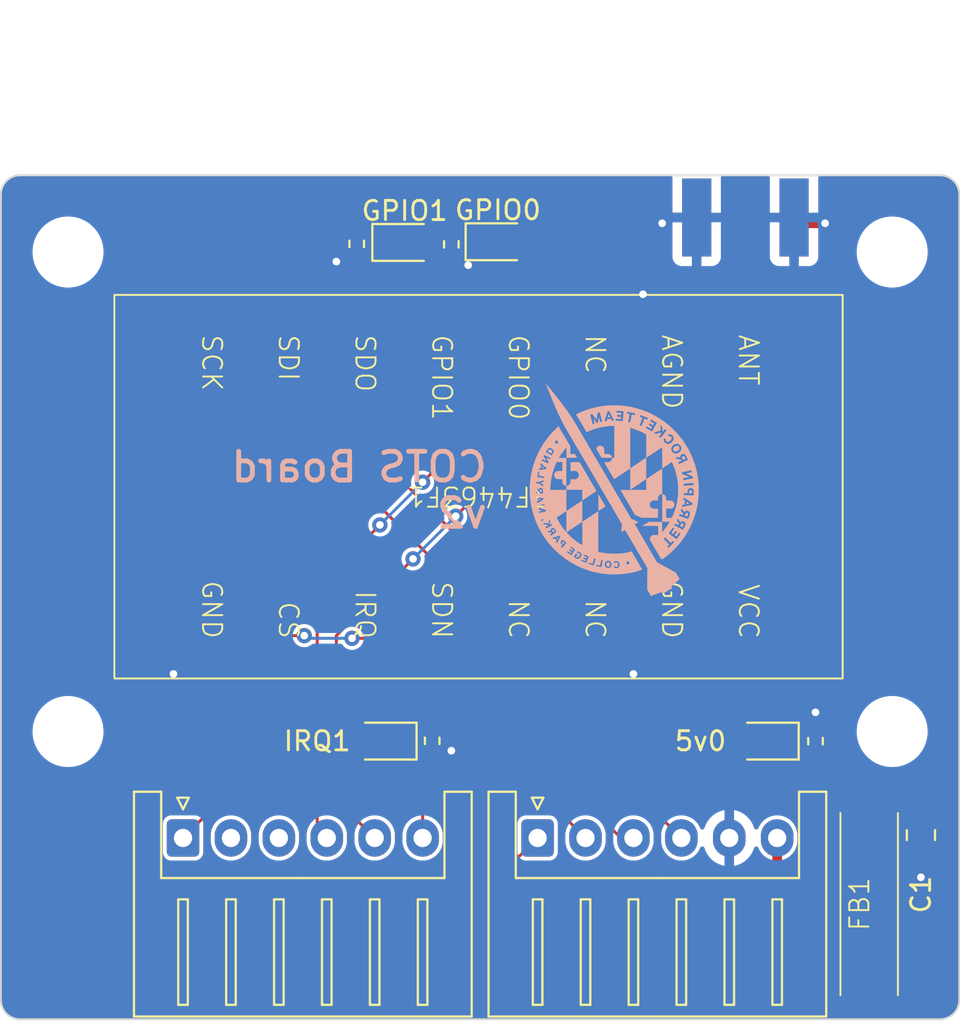
<source format=kicad_pcb>
(kicad_pcb (version 20240108) (generator "pcbnew") (generator_version "8.0")
  (layers (0 "F.Cu" signal) (31 "B.Cu" signal) (34 "B.Paste" user) (35 "F.Paste" user) (36 "B.SilkS" user "B.Silkscreen") (37 "F.SilkS" user "F.Silkscreen") (38 "B.Mask" user) (39 "F.Mask" user) (44 "Edge.Cuts" user))
  (net 0 "")
  (net 1 "Net-(ANT1-In)")
  (net 2 "GND")
  (net 3 "IRQ")
  (net 4 "GPIO1")
  (net 5 "GPIO0")
  (net 6 "+5V")
  (net 7 "CS")
  (net 8 "MOSI")
  (net 9 "MISO")
  (net 10 "SDN")
  (net 13 "SCK")
  (net 14 "Net-(5v0-K)")
  (net 15 "Net-(GPIO0-K)")
  (net 16 "Net-(GPIO1-K)")
  (net 17 "Net-(IRQ1-K)")
  (net 21 "VIN")
  (footprint "MountingHole:MountingHole_3.2mm_M3" (layer "F.Cu") (at 183 103 180)
    (property "Reference" "H1" (hide yes))
    (property "Value" "MountingHole" (hide yes))
    (pad "" np_thru_hole circle (at 0 0 180) (size 3.2 3.2) (drill 3.2) (layers "F&B.Cu" "*.Mask" "F.Paste"))
  )
  (footprint "Avionics:W7427931" (layer "F.Cu") (at 181.8 112 90)
    (property "Reference" "FB1" (at 0 -0.5 90) (layer "F.SilkS") (effects (font (thickness 0.1))))
    (property "Value" "Wurth 7427931" (hide yes))
    (pad "1" smd rect (at -4 0 90) (size 3 1.47) (layers "F.Cu" "F.Paste" "F.Mask") (net 21 "VIN"))
    (pad "2" smd rect (at 4 0 90) (size 3 1.47) (layers "F.Cu" "F.Paste" "F.Mask") (net 6 "+5V"))
  )
  (footprint "Resistor_SMD:R_0402_1005Metric_Pad0.72x0.64mm_HandSolder" (layer "F.Cu") (at 155.0625 77.575 -90)
    (property "Reference" "R2" (hide yes))
    (property "Value" "5.1k" (hide yes))
    (pad "1" smd roundrect (at -0.5975 0 270) (size 0.715 0.64) (layers "F.Cu" "F.Paste" "F.Mask") (net 16 "Net-(GPIO1-K)"))
    (pad "2" smd roundrect (at 0.5975 0 270) (size 0.715 0.64) (layers "F.Cu" "F.Paste" "F.Mask") (net 2 "GND"))
  )
  (footprint "LED_SMD:LED_0805_2012Metric" (layer "F.Cu") (at 156.5 103.5 180)
    (property "Reference" "IRQ1" (at 3.5 0 0) (layer "F.SilkS"))
    (property "Value" "LED" (hide yes))
    (pad "1" smd roundrect (at -0.9375 0 180) (size 0.975 1.4) (layers "F.Cu" "F.Paste" "F.Mask") (net 17 "Net-(IRQ1-K)"))
    (pad "2" smd roundrect (at 0.9375 0 180) (size 0.975 1.4) (layers "F.Cu" "F.Paste" "F.Mask") (net 3 "IRQ"))
  )
  (footprint "Capacitor_SMD:C_0805_2012Metric_Pad1.18x1.45mm_HandSolder" (layer "F.Cu") (at 184.5 108.4 -90)
    (property "Reference" "C1" (at 3.1 0 90) (layer "F.SilkS"))
    (property "Value" "10uF" (hide yes))
    (pad "1" smd roundrect (at -1.0375 0 270) (size 1.175 1.45) (layers "F.Cu" "F.Paste" "F.Mask") (roundrect_rratio 0.212766) (net 6 "+5V"))
    (pad "2" smd roundrect (at 1.0375 0 270) (size 1.175 1.45) (layers "F.Cu" "F.Paste" "F.Mask") (roundrect_rratio 0.212766) (net 2 "GND"))
  )
  (footprint "LED_SMD:LED_0805_2012Metric" (layer "F.Cu") (at 157.5625 77.5)
    (property "Reference" "GPIO1" (at 0 -1.65 0) (layer "F.SilkS"))
    (property "Value" "LED" (hide yes))
    (pad "1" smd roundrect (at -0.9375 0) (size 0.975 1.4) (layers "F.Cu" "F.Paste" "F.Mask") (net 16 "Net-(GPIO1-K)"))
    (pad "2" smd roundrect (at 0.9375 0) (size 0.975 1.4) (layers "F.Cu" "F.Paste" "F.Mask") (net 4 "GPIO1"))
  )
  (footprint "Connector_JST:JST_XH_S6B-XH-A_1x06_P2.50mm_Horizontal" (layer "F.Cu") (at 164.5 108.55)
    (property "Reference" "J1" (hide yes))
    (property "Value" "Conn_01x06_Pin" (hide yes))
    (pad "1" thru_hole roundrect (at 0 0) (size 1.7 1.95) (drill 0.95) (layers "*.Cu" "*.Mask") (roundrect_rratio 0.147059) (net 7 "CS"))
    (pad "2" thru_hole oval (at 2.5 0) (size 1.7 1.95) (drill 0.95) (layers "*.Cu" "*.Mask") (net 8 "MOSI"))
    (pad "3" thru_hole oval (at 5 0) (size 1.7 1.95) (drill 0.95) (layers "*.Cu" "*.Mask") (net 9 "MISO"))
    (pad "4" thru_hole oval (at 7.5 0) (size 1.7 1.95) (drill 0.95) (layers "*.Cu" "*.Mask") (net 13 "SCK"))
    (pad "5" thru_hole oval (at 10 0) (size 1.7 1.95) (drill 0.95) (layers "*.Cu" "*.Mask") (net 2 "GND"))
    (pad "6" thru_hole oval (at 12.5 0) (size 1.7 1.95) (drill 0.95) (layers "*.Cu" "*.Mask") (net 21 "VIN"))
  )
  (footprint "LED_SMD:LED_0805_2012Metric" (layer "F.Cu") (at 162.43 77.465)
    (property "Reference" "GPIO0" (at 0 -1.65 0) (layer "F.SilkS"))
    (property "Value" "LED" (hide yes))
    (pad "1" smd roundrect (at -0.9375 0) (size 0.975 1.4) (layers "F.Cu" "F.Paste" "F.Mask") (net 15 "Net-(GPIO0-K)"))
    (pad "2" smd roundrect (at 0.9375 0) (size 0.975 1.4) (layers "F.Cu" "F.Paste" "F.Mask") (net 5 "GPIO0"))
  )
  (footprint "MountingHole:MountingHole_3.2mm_M3" (layer "F.Cu") (at 140 103 180)
    (property "Reference" "H2" (hide yes))
    (property "Value" "MountingHole" (hide yes))
    (pad "" np_thru_hole circle (at 0 0 180) (size 3.2 3.2) (drill 3.2) (layers "F&B.Cu" "*.Mask" "F.Paste"))
  )
  (footprint "Connector_JST:JST_XH_S6B-XH-A_1x06_P2.50mm_Horizontal" (layer "F.Cu") (at 146 108.55)
    (property "Reference" "J2" (hide yes))
    (property "Value" "Conn_01x06_Pin" (hide yes))
    (pad "1" thru_hole roundrect (at 0 0) (size 1.7 1.95) (drill 0.95) (layers "*.Cu" "*.Mask") (roundrect_rratio 0.147059) (net 10 "SDN"))
    (pad "2" thru_hole oval (at 2.5 0) (size 1.7 1.95) (drill 0.95) (layers "*.Cu" "*.Mask"))
    (pad "3" thru_hole oval (at 5 0) (size 1.7 1.95) (drill 0.95) (layers "*.Cu" "*.Mask"))
    (pad "4" thru_hole oval (at 7.5 0) (size 1.7 1.95) (drill 0.95) (layers "*.Cu" "*.Mask") (net 4 "GPIO1"))
    (pad "5" thru_hole oval (at 10 0) (size 1.7 1.95) (drill 0.95) (layers "*.Cu" "*.Mask") (net 5 "GPIO0"))
    (pad "6" thru_hole oval (at 12.5 0) (size 1.7 1.95) (drill 0.95) (layers "*.Cu" "*.Mask") (net 3 "IRQ"))
  )
  (footprint "Resistor_SMD:R_0402_1005Metric_Pad0.72x0.64mm_HandSolder" (layer "F.Cu") (at 159 103.485 -90)
    (property "Reference" "R1" (hide yes))
    (property "Value" "5.1k" (hide yes))
    (pad "1" smd roundrect (at -0.5975 0 270) (size 0.715 0.64) (layers "F.Cu" "F.Paste" "F.Mask") (net 17 "Net-(IRQ1-K)"))
    (pad "2" smd roundrect (at 0.5975 0 270) (size 0.715 0.64) (layers "F.Cu" "F.Paste" "F.Mask") (net 2 "GND"))
  )
  (footprint "adafruit:SMA_EDGELAUNCH" (layer "F.Cu") (at 175.34 74.168 -90)
    (property "Reference" "ANT1" (hide yes))
    (property "Value" "Conn_Coaxial" (hide yes))
    (pad "1" smd rect (at 2.032 0) (size 1.27 4.064) (layers "F.Cu" "F.Mask") (net 1 "Net-(ANT1-In)"))
    (pad "2" smd rect (at 2.032 -2.54) (size 1.524 4.064) (layers "F.Cu" "F.Mask") (net 2 "GND"))
    (pad "2" smd rect (at 2.032 -2.54) (size 1.524 4.064) (layers "B.Cu" "B.Mask") (net 2 "GND"))
    (pad "2" smd rect (at 2.032 2.54) (size 1.524 4.064) (layers "F.Cu" "F.Mask") (net 2 "GND"))
    (pad "2" smd rect (at 2.032 2.54) (size 1.524 4.064) (layers "B.Cu" "B.Mask") (net 2 "GND"))
  )
  (footprint "MountingHole:MountingHole_3.2mm_M3" (layer "F.Cu") (at 183 78 180)
    (property "Reference" "H3" (hide yes))
    (property "Value" "MountingHole" (hide yes))
    (pad "" np_thru_hole circle (at 0 0 180) (size 3.2 3.2) (drill 3.2) (layers "F&B.Cu" "*.Mask" "F.Paste"))
  )
  (footprint "MountingHole:MountingHole_3.2mm_M3" (layer "F.Cu") (at 140 78 180)
    (property "Reference" "H4" (hide yes))
    (property "Value" "MountingHole" (hide yes))
    (pad "" np_thru_hole circle (at 0 0 180) (size 3.2 3.2) (drill 3.2) (layers "F&B.Cu" "*.Mask" "F.Paste"))
  )
  (footprint "Resistor_SMD:R_0402_1005Metric_Pad0.72x0.64mm_HandSolder" (layer "F.Cu") (at 160 77.5975 -90)
    (property "Reference" "R3" (hide yes))
    (property "Value" "5.1k" (hide yes))
    (pad "1" smd roundrect (at -0.5975 0 270) (size 0.715 0.64) (layers "F.Cu" "F.Paste" "F.Mask") (net 15 "Net-(GPIO0-K)"))
    (pad "2" smd roundrect (at 0.5975 0 270) (size 0.715 0.64) (layers "F.Cu" "F.Paste" "F.Mask") (net 2 "GND"))
  )
  (footprint "Avionics:RF4463F30" (layer "F.Cu") (at 161.4175 90.235 180)
    (property "Reference" "RF4463F1" (at 0 -0.5 180) (layer "F.SilkS") (effects (font (thickness 0.1))))
    (property "Value" "~" (hide yes))
    (fp_text user "SDN" (at 2.5 -8 -90) (layer "F.SilkS") (effects (font (thickness 0.1)) (justify right bottom)))
    (fp_text user "GND" (at -9.5 -8 -90) (layer "F.SilkS") (effects (font (thickness 0.1)) (justify right bottom)))
    (fp_text user "SDO" (at 6.5 8 -90) (layer "F.SilkS") (effects (font (thickness 0.1)) (justify left bottom)))
    (fp_text user "SCK" (at 14.5 8 -90) (layer "F.SilkS") (effects (font (thickness 0.1)) (justify left bottom)))
    (fp_text user "ANT" (at -13.5 8 -90) (layer "F.SilkS") (effects (font (thickness 0.1)) (justify left bottom)))
    (fp_text user "NC" (at -5.5 -8 -90) (layer "F.SilkS") (effects (font (thickness 0.1)) (justify right bottom)))
    (fp_text user "NC" (at -5.5 8 -90) (layer "F.SilkS") (effects (font (thickness 0.1)) (justify left bottom)))
    (fp_text user "VCC" (at -13.5 -8 -90) (layer "F.SilkS") (effects (font (thickness 0.1)) (justify right bottom)))
    (fp_text user "SDI" (at 10.5 8 -90) (layer "F.SilkS") (effects (font (thickness 0.1)) (justify left bottom)))
    (fp_text user "CS" (at 10.5 -8 -90) (layer "F.SilkS") (effects (font (thickness 0.1)) (justify right bottom)))
    (fp_text user "IRQ" (at 6.5 -8 -90) (layer "F.SilkS") (effects (font (thickness 0.1)) (justify right bottom)))
    (fp_text user "AGND" (at -9.5 8 -90) (layer "F.SilkS") (effects (font (thickness 0.1)) (justify left bottom)))
    (fp_text user "NC" (at -1.5 -8 -90) (layer "F.SilkS") (effects (font (thickness 0.1)) (justify right bottom)))
    (fp_text user "GPIO0" (at -1.5 8 -90) (layer "F.SilkS") (effects (font (thickness 0.1)) (justify left bottom)))
    (fp_text user "GND" (at 14.5 -8 -90) (layer "F.SilkS") (effects (font (thickness 0.1)) (justify right bottom)))
    (fp_text user "GPIO1" (at 2.5 8 -90) (layer "F.SilkS") (effects (font (thickness 0.1)) (justify left bottom)))
    (pad "1" smd roundrect (at -14 -10 270) (size 2.8 1.8) (layers "F.Cu" "F.Paste" "F.Mask") (net 6 "+5V"))
    (pad "2" smd roundrect (at -10 -10 270) (size 2.8 1.8) (layers "F.Cu" "F.Paste" "F.Mask") (net 2 "GND"))
    (pad "3" smd roundrect (at -6 -10 270) (size 2.8 1.8) (layers "F.Cu" "F.Paste" "F.Mask"))
    (pad "4" smd roundrect (at -2 -10 270) (size 2.8 1.8) (layers "F.Cu" "F.Paste" "F.Mask"))
    (pad "5" smd roundrect (at 2 -10 270) (size 2.8 1.8) (layers "F.Cu" "F.Paste" "F.Mask") (net 10 "SDN"))
    (pad "6" smd roundrect (at 6 -10 270) (size 2.8 1.8) (layers "F.Cu" "F.Paste" "F.Mask") (net 3 "IRQ"))
    (pad "7" smd roundrect (at 10 -10 270) (size 2.8 1.8) (layers "F.Cu" "F.Paste" "F.Mask") (net 7 "CS"))
    (pad "8" smd roundrect (at 14 -10 270) (size 2.8 1.8) (layers "F.Cu" "F.Paste" "F.Mask") (net 2 "GND"))
    (pad "9" smd roundrect (at 14 10 270) (size 2.8 1.8) (layers "F.Cu" "F.Paste" "F.Mask") (net 13 "SCK"))
    (pad "10" smd roundrect (at 10 10 270) (size 2.8 1.8) (layers "F.Cu" "F.Paste" "F.Mask") (net 8 "MOSI"))
    (pad "11" smd roundrect (at 6 10 270) (size 2.8 1.8) (layers "F.Cu" "F.Paste" "F.Mask") (net 9 "MISO"))
    (pad "12" smd roundrect (at 2 10 270) (size 2.8 1.8) (layers "F.Cu" "F.Paste" "F.Mask") (net 4 "GPIO1"))
    (pad "13" smd roundrect (at -2 10 270) (size 2.8 1.8) (layers "F.Cu" "F.Paste" "F.Mask") (net 5 "GPIO0"))
    (pad "14" smd roundrect (at -6 10 270) (size 2.8 1.8) (layers "F.Cu" "F.Paste" "F.Mask"))
    (pad "15" smd roundrect (at -10 10 270) (size 2.8 1.8) (layers "F.Cu" "F.Paste" "F.Mask") (net 2 "GND"))
    (pad "16" smd roundrect (at -14 10 270) (size 2.8 1.8) (layers "F.Cu" "F.Paste" "F.Mask") (net 1 "Net-(ANT1-In)"))
  )
  (footprint "Resistor_SMD:R_0402_1005Metric_Pad0.72x0.64mm_HandSolder" (layer "F.Cu") (at 179 103.5 90)
    (property "Reference" "R4" (hide yes))
    (property "Value" "5.1k" (hide yes))
    (pad "1" smd roundrect (at -0.5975 0 90) (size 0.715 0.64) (layers "F.Cu" "F.Paste" "F.Mask") (net 14 "Net-(5v0-K)"))
    (pad "2" smd roundrect (at 0.5975 0 90) (size 0.715 0.64) (layers "F.Cu" "F.Paste" "F.Mask") (net 2 "GND"))
  )
  (footprint "LED_SMD:LED_0805_2012Metric" (layer "F.Cu") (at 176.4375 103.5 180)
    (property "Reference" "5v0" (at 3.4375 0 0) (layer "F.SilkS"))
    (property "Value" "LED" (hide yes))
    (pad "1" smd roundrect (at -0.9375 0 180) (size 0.975 1.4) (layers "F.Cu" "F.Paste" "F.Mask") (net 14 "Net-(5v0-K)"))
    (pad "2" smd roundrect (at 0.9375 0 180) (size 0.975 1.4) (layers "F.Cu" "F.Paste" "F.Mask") (net 6 "+5V"))
  )
  (footprint "Avionics:LOGO" (layer "B.Cu") (at 168.5 89.905512 180)
    (property "Reference" "G***" (hide yes))
    (property "Value" "LOGO" (hide yes))
  )
  (gr_line (start 136.5 75) (end 136.5 117) (stroke (width 0.1)) (layer "Edge.Cuts"))
  (gr_line (start 185.5 118) (end 137.5 118) (stroke (width 0.1)) (layer "Edge.Cuts"))
  (gr_arc (start 186.5 117) (mid 186.207107 117.707107) (end 185.5 118) (stroke (width 0.1)) (layer "Edge.Cuts"))
  (gr_arc (start 136.5 75) (mid 136.792893 74.292893) (end 137.5 74) (stroke (width 0.1)) (layer "Edge.Cuts"))
  (gr_line (start 185.5 74) (end 137.5 74) (stroke (width 0.1)) (layer "Edge.Cuts"))
  (gr_line (start 186.5 117) (end 186.5 75) (stroke (width 0.1)) (layer "Edge.Cuts"))
  (gr_arc (start 185.5 74) (mid 186.207107 74.292893) (end 186.5 75) (stroke (width 0.1)) (layer "Edge.Cuts"))
  (gr_arc (start 137.5 118) (mid 136.792893 117.707107) (end 136.5 117) (stroke (width 0.1)) (layer "Edge.Cuts"))
  (gr_text "COTS Board\nv2" (at 162 92.5 0) (layer "B.SilkS") (effects (font (size 1.5 1.5) (thickness 0.25) (bold yes)) (justify left bottom mirror)))
  (segment (start 175.4175 76.2775) (end 175.34 76.2) (width 1.2019) (layer "F.Cu") (net 1))
  (segment (start 175.4175 80.235) (end 175.4175 76.2775) (width 1.2019) (layer "F.Cu") (net 1))
  (segment (start 172.8 76.2) (end 171.3 76.2) (width 0.508) (layer "F.Cu") (net 2))
  (segment (start 155.0625 78.1725) (end 154.3275 78.1725) (width 0.508) (layer "F.Cu") (net 2))
  (segment (start 160.389945 78.195) (end 160.879523 78.684578) (width 0.508) (layer "F.Cu") (net 2))
  (segment (start 171.3 76.2) (end 171 76.5) (width 0.508) (layer "F.Cu") (net 2))
  (segment (start 178.18 76.5) (end 177.88 76.2) (width 0.508) (layer "F.Cu") (net 2))
  (segment (start 184.5 109.4375) (end 184.5 110.6) (width 0.508) (layer "F.Cu") (net 2))
  (segment (start 159.9175 104.0825) (end 160 104) (width 0.508) (layer "F.Cu") (net 2))
  (segment (start 179.5 76.5) (end 178.18 76.5) (width 0.508) (layer "F.Cu") (net 2))
  (segment (start 159 104.0825) (end 159.9175 104.0825) (width 0.508) (layer "F.Cu") (net 2))
  (segment (start 171.4175 100.235) (end 169.735 100.235) (width 0.3048) (layer "F.Cu") (net 2))
  (segment (start 171.4175 80.235) (end 170.035 80.235) (width 0.508) (layer "F.Cu") (net 2))
  (segment (start 179 102.9025) (end 179 102) (width 0.508) (layer "F.Cu") (net 2))
  (segment (start 160 78.195) (end 160.389945 78.195) (width 0.508) (layer "F.Cu") (net 2))
  (segment (start 154.3275 78.1725) (end 154 78.5) (width 0.508) (layer "F.Cu") (net 2))
  (segment (start 145.735 100.235) (end 145.5 100) (width 0.508) (layer "F.Cu") (net 2))
  (segment (start 170.035 80.235) (end 170 80.2) (width 0.508) (layer "F.Cu") (net 2))
  (segment (start 169.735 100.235) (end 169.5 100) (width 0.3048) (layer "F.Cu") (net 2))
  (segment (start 147.4175 100.235) (end 145.735 100.235) (width 0.508) (layer "F.Cu") (net 2))
  (via (at 154 78.5) (size 0.8) (drill 0.4) (layers "F.Cu" "B.Cu") (net 2))
  (via (at 169.5 100) (size 0.8) (drill 0.4) (layers "F.Cu" "B.Cu") (net 2))
  (via (at 160.879523 78.684578) (size 0.8) (drill 0.4) (layers "F.Cu" "B.Cu") (net 2))
  (via (at 171 76.5) (size 0.8) (drill 0.4) (layers "F.Cu" "B.Cu") (net 2))
  (via (at 160 104) (size 0.8) (drill 0.4) (layers "F.Cu" "B.Cu") (net 2))
  (via (at 145.5 100) (size 0.8) (drill 0.4) (layers "F.Cu" "B.Cu") (net 2))
  (via (at 170 80.2) (size 0.8) (drill 0.4) (layers "F.Cu" "B.Cu") (net 2))
  (via (at 184.5 110.6) (size 0.8) (drill 0.4) (layers "F.Cu" "B.Cu") (net 2))
  (via (at 179 102) (size 0.8) (drill 0.4) (layers "F.Cu" "B.Cu") (net 2))
  (via (at 179.5 76.5) (size 0.8) (drill 0.4) (layers "F.Cu" "B.Cu") (net 2))
  (segment (start 158.5 106.4375) (end 155.5625 103.5) (width 0.1524) (layer "F.Cu") (net 3))
  (segment (start 155.4175 100.235) (end 155.4175 103.355) (width 0.1524) (layer "F.Cu") (net 3))
  (segment (start 158.5 108.55) (end 158.5 106.4375) (width 0.1524) (layer "F.Cu") (net 3))
  (segment (start 155.4175 103.355) (end 155.5625 103.5) (width 0.1524) (layer "F.Cu") (net 3))
  (segment (start 159.4175 89.0825) (end 158.5 90) (width 0.1524) (layer "F.Cu") (net 4))
  (segment (start 159.4175 80.235) (end 159.4175 89.0825) (width 0.1524) (layer "F.Cu") (net 4))
  (segment (start 158.5 79.3175) (end 159.4175 80.235) (width 0.1524) (layer "F.Cu") (net 4))
  (segment (start 153 95.5) (end 153 108.05) (width 0.1524) (layer "F.Cu") (net 4))
  (segment (start 153 108.05) (end 153.5 108.55) (width 0.1524) (layer "F.Cu") (net 4))
  (segment (start 158.5 77.5) (end 158.5 79.3175) (width 0.1524) (layer "F.Cu") (net 4))
  (segment (start 156.271854 92.228146) (end 153 95.5) (width 0.1524) (layer "F.Cu") (net 4))
  (via (at 156.271854 92.228146) (size 0.8) (drill 0.4) (layers "F.Cu" "B.Cu") (net 4))
  (via (at 158.5 90) (size 0.8) (drill 0.4) (layers "F.Cu" "B.Cu") (net 4))
  (segment (start 158.5 90) (end 156.271854 92.228146) (width 0.1524) (layer "B.Cu") (net 4))
  (segment (start 154 106.55) (end 156 108.55) (width 0.1524) (layer "F.Cu") (net 5))
  (segment (start 163.3675 80.185) (end 163.4175 80.235) (width 0.1524) (layer "F.Cu") (net 5))
  (segment (start 154 98) (end 154 106.55) (width 0.1524) (layer "F.Cu") (net 5))
  (segment (start 163.4175 80.235) (end 163.4175 88.5825) (width 0.1524) (layer "F.Cu") (net 5))
  (segment (start 163.3675 77.465) (end 163.3675 80.185) (width 0.1524) (layer "F.Cu") (net 5))
  (segment (start 158 94) (end 154 98) (width 0.1524) (layer "F.Cu") (net 5))
  (segment (start 163.4175 88.5825) (end 160.228146 91.771854) (width 0.1524) (layer "F.Cu") (net 5))
  (via (at 158 94) (size 0.8) (drill 0.4) (layers "F.Cu" "B.Cu") (net 5))
  (via (at 160.228146 91.771854) (size 0.8) (drill 0.4) (layers "F.Cu" "B.Cu") (net 5))
  (segment (start 160.228146 91.771854) (end 158 94) (width 0.1524) (layer "B.Cu") (net 5))
  (segment (start 177.5 105.5) (end 175.5 103.5) (width 0.508) (layer "F.Cu") (net 6))
  (segment (start 181.8 108) (end 179.3 105.5) (width 0.508) (layer "F.Cu") (net 6))
  (segment (start 175.5 100.3175) (end 175.4175 100.235) (width 0.508) (layer "F.Cu") (net 6))
  (segment (start 182.4375 107.3625) (end 181.8 108) (width 0.508) (layer "F.Cu") (net 6))
  (segment (start 175.5 103.5) (end 175.5 100.3175) (width 0.508) (layer "F.Cu") (net 6))
  (segment (start 184.5 107.3625) (end 182.4375 107.3625) (width 0.508) (layer "F.Cu") (net 6))
  (segment (start 179.3 105.5) (end 177.5 105.5) (width 0.508) (layer "F.Cu") (net 6))
  (segment (start 164.5 108.55) (end 162.95 110.1) (width 0.1524) (layer "F.Cu") (net 7))
  (segment (start 162.95 110.1) (end 150.5 110.1) (width 0.1524) (layer "F.Cu") (net 7))
  (segment (start 150.5 110.1) (end 149.7 109.3) (width 0.1524) (layer "F.Cu") (net 7))
  (segment (start 151.4175 105.5825) (end 151.4175 100.235) (width 0.1524) (layer "F.Cu") (net 7))
  (segment (start 149.7 109.3) (end 149.7 107.3) (width 0.1524) (layer "F.Cu") (net 7))
  (segment (start 149.7 107.3) (end 151.4175 105.5825) (width 0.1524) (layer "F.Cu") (net 7))
  (segment (start 161 96) (end 151.4175 86.4175) (width 0.1524) (layer "F.Cu") (net 8))
  (segment (start 151.4175 86.4175) (end 151.4175 80.235) (width 0.1524) (layer "F.Cu") (net 8))
  (segment (start 167 108.55) (end 161 102.55) (width 0.1524) (layer "F.Cu") (net 8))
  (segment (start 161 102.55) (end 161 96) (width 0.1524) (layer "F.Cu") (net 8))
  (segment (start 168.84685 108.55) (end 162 101.70315) (width 0.1524) (layer "F.Cu") (net 9))
  (segment (start 162 101.70315) (end 162 94.5) (width 0.1524) (layer "F.Cu") (net 9))
  (segment (start 155.4175 87.9175) (end 155.4175 80.235) (width 0.1524) (layer "F.Cu") (net 9))
  (segment (start 169.5 108.55) (end 168.84685 108.55) (width 0.1524) (layer "F.Cu") (net 9))
  (segment (start 162 94.5) (end 155.4175 87.9175) (width 0.1524) (layer "F.Cu") (net 9))
  (segment (start 150.5 98) (end 149.5 99) (width 0.1524) (layer "F.Cu") (net 10))
  (segment (start 157.322546 98.140046) (end 154.816246 98.140046) (width 0.1524) (layer "F.Cu") (net 10))
  (segment (start 149.5 99) (end 149.5 105.05) (width 0.1524) (layer "F.Cu") (net 10))
  (segment (start 152.3238 98) (end 150.5 98) (width 0.1524) (layer "F.Cu") (net 10))
  (segment (start 159.4175 100.235) (end 157.322546 98.140046) (width 0.1524) (layer "F.Cu") (net 10))
  (segment (start 149.5 105.05) (end 146 108.55) (width 0.1524) (layer "F.Cu") (net 10))
  (via (at 152.3238 98) (size 0.8) (drill 0.4) (layers "F.Cu" "B.Cu") (net 10))
  (via (at 154.816246 98.140046) (size 0.8) (drill 0.4) (layers "F.Cu" "B.Cu") (net 10))
  (segment (start 152.463846 98.140046) (end 152.3238 98) (width 0.1524) (layer "B.Cu") (net 10))
  (segment (start 154.816246 98.140046) (end 152.463846 98.140046) (width 0.1524) (layer "B.Cu") (net 10))
  (segment (start 165 76.8) (end 163.8 75.6) (width 0.1524) (layer "F.Cu") (net 13))
  (segment (start 163.8 75.6) (end 152.0525 75.6) (width 0.1524) (layer "F.Cu") (net 13))
  (segment (start 165 101.55) (end 165 76.8) (width 0.1524) (layer "F.Cu") (net 13))
  (segment (start 172 108.55) (end 165 101.55) (width 0.1524) (layer "F.Cu") (net 13))
  (segment (start 152.0525 75.6) (end 147.4175 80.235) (width 0.1524) (layer "F.Cu") (net 13))
  (segment (start 177.9725 104.0975) (end 179 104.0975) (width 0.508) (layer "F.Cu") (net 14))
  (segment (start 177.375 103.5) (end 177.9725 104.0975) (width 0.508) (layer "F.Cu") (net 14))
  (segment (start 160 77) (end 161.0275 77) (width 0.1524) (layer "F.Cu") (net 15))
  (segment (start 161.0275 77) (end 161.4925 77.465) (width 0.1524) (layer "F.Cu") (net 15))
  (segment (start 156.1025 76.9775) (end 156.625 77.5) (width 0.1524) (layer "F.Cu") (net 16))
  (segment (start 155.0625 76.9775) (end 156.1025 76.9775) (width 0.1524) (layer "F.Cu") (net 16))
  (segment (start 157.4375 103.5) (end 158.05 102.8875) (width 0.1524) (layer "F.Cu") (net 17))
  (segment (start 158.05 102.8875) (end 159 102.8875) (width 0.1524) (layer "F.Cu") (net 17))
  (segment (start 177 111.2) (end 181.8 116) (width 0.508) (layer "F.Cu") (net 21))
  (segment (start 177 108.55) (end 177 111.2) (width 0.508) (layer "F.Cu") (net 21))
  (zone (net 2) (net_name "GND") (layer "B.Cu") (connect_pads (clearance 0.2)) (min_thickness 0.25) (fill yes (thermal_gap 0.5) (thermal_bridge_width 0.5))
    (polygon (pts (xy 186.5 74) (xy 186.5 118) (xy 136.5 118) (xy 136.5 74)))
  )
)
</source>
